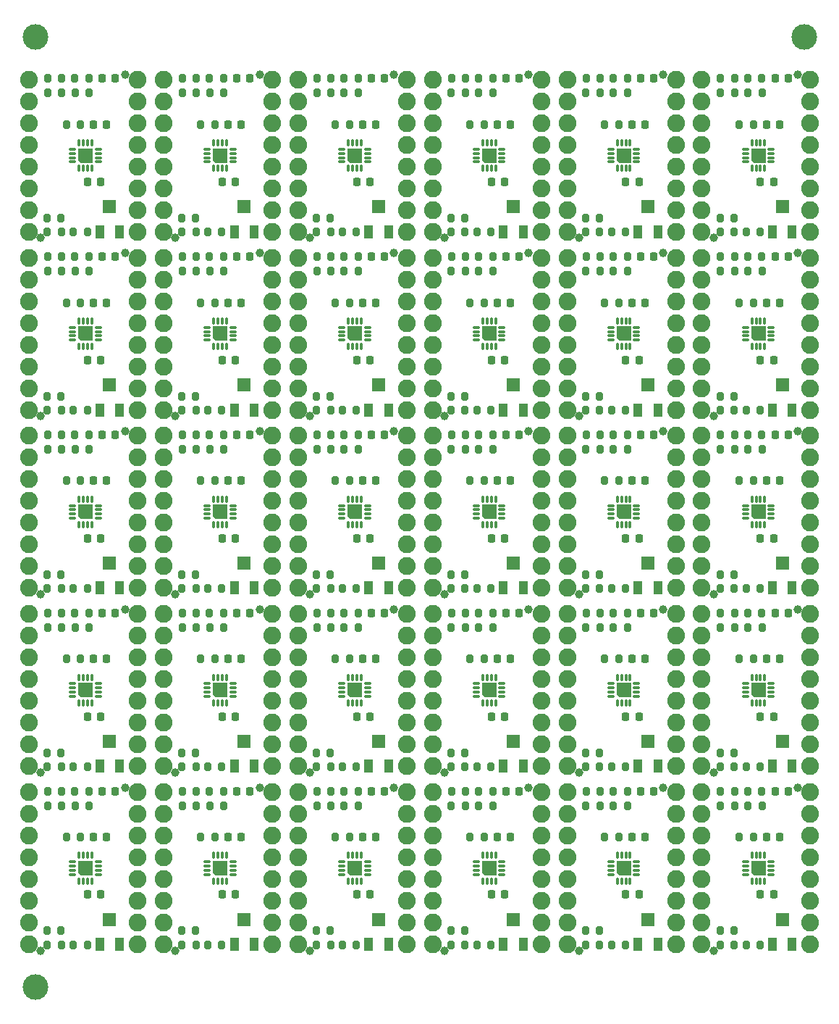
<source format=gts>
%TF.GenerationSoftware,KiCad,Pcbnew,7.0.10*%
%TF.CreationDate,2024-02-23T15:38:17-07:00*%
%TF.ProjectId,SparkFun_Stepper_Motor_Breakout_TC78H670FTG_panelized,53706172-6b46-4756-9e5f-537465707065,rev?*%
%TF.SameCoordinates,Original*%
%TF.FileFunction,Soldermask,Top*%
%TF.FilePolarity,Negative*%
%FSLAX46Y46*%
G04 Gerber Fmt 4.6, Leading zero omitted, Abs format (unit mm)*
G04 Created by KiCad (PCBNEW 7.0.10) date 2024-02-23 15:38:17*
%MOMM*%
%LPD*%
G01*
G04 APERTURE LIST*
G04 Aperture macros list*
%AMRoundRect*
0 Rectangle with rounded corners*
0 $1 Rounding radius*
0 $2 $3 $4 $5 $6 $7 $8 $9 X,Y pos of 4 corners*
0 Add a 4 corners polygon primitive as box body*
4,1,4,$2,$3,$4,$5,$6,$7,$8,$9,$2,$3,0*
0 Add four circle primitives for the rounded corners*
1,1,$1+$1,$2,$3*
1,1,$1+$1,$4,$5*
1,1,$1+$1,$6,$7*
1,1,$1+$1,$8,$9*
0 Add four rect primitives between the rounded corners*
20,1,$1+$1,$2,$3,$4,$5,0*
20,1,$1+$1,$4,$5,$6,$7,0*
20,1,$1+$1,$6,$7,$8,$9,0*
20,1,$1+$1,$8,$9,$2,$3,0*%
%AMOutline5P*
0 Free polygon, 5 corners , with rotation*
0 The origin of the aperture is its center*
0 number of corners: always 5*
0 $1 to $10 corner X, Y*
0 $11 Rotation angle, in degrees counterclockwise*
0 create outline with 5 corners*
4,1,5,$1,$2,$3,$4,$5,$6,$7,$8,$9,$10,$1,$2,$11*%
%AMOutline6P*
0 Free polygon, 6 corners , with rotation*
0 The origin of the aperture is its center*
0 number of corners: always 6*
0 $1 to $12 corner X, Y*
0 $13 Rotation angle, in degrees counterclockwise*
0 create outline with 6 corners*
4,1,6,$1,$2,$3,$4,$5,$6,$7,$8,$9,$10,$11,$12,$1,$2,$13*%
%AMOutline7P*
0 Free polygon, 7 corners , with rotation*
0 The origin of the aperture is its center*
0 number of corners: always 7*
0 $1 to $14 corner X, Y*
0 $15 Rotation angle, in degrees counterclockwise*
0 create outline with 7 corners*
4,1,7,$1,$2,$3,$4,$5,$6,$7,$8,$9,$10,$11,$12,$13,$14,$1,$2,$15*%
%AMOutline8P*
0 Free polygon, 8 corners , with rotation*
0 The origin of the aperture is its center*
0 number of corners: always 8*
0 $1 to $16 corner X, Y*
0 $17 Rotation angle, in degrees counterclockwise*
0 create outline with 8 corners*
4,1,8,$1,$2,$3,$4,$5,$6,$7,$8,$9,$10,$11,$12,$13,$14,$15,$16,$1,$2,$17*%
G04 Aperture macros list end*
%ADD10C,3.000000*%
%ADD11RoundRect,0.200000X0.200000X0.275000X-0.200000X0.275000X-0.200000X-0.275000X0.200000X-0.275000X0*%
%ADD12RoundRect,0.225000X-0.225000X-0.250000X0.225000X-0.250000X0.225000X0.250000X-0.225000X0.250000X0*%
%ADD13RoundRect,0.200000X-0.200000X-0.275000X0.200000X-0.275000X0.200000X0.275000X-0.200000X0.275000X0*%
%ADD14R,1.090000X1.600000*%
%ADD15R,1.600000X1.600000*%
%ADD16RoundRect,0.063750X0.063750X0.361250X-0.063750X0.361250X-0.063750X-0.361250X0.063750X-0.361250X0*%
%ADD17RoundRect,0.063750X0.361250X-0.063750X0.361250X0.063750X-0.361250X0.063750X-0.361250X-0.063750X0*%
%ADD18Outline5P,-0.820000X0.820000X0.574000X0.820000X0.820000X0.574000X0.820000X-0.820000X-0.820000X-0.820000X180.000000*%
%ADD19C,2.082800*%
%ADD20C,1.000000*%
G04 APERTURE END LIST*
D10*
%TO.C,*%
X136620000Y-7025000D03*
%TD*%
D11*
%TO.C,R4*%
X142915000Y-95130000D03*
X141265000Y-95130000D03*
%TD*%
%TO.C,R4*%
X142915000Y-74310000D03*
X141265000Y-74310000D03*
%TD*%
%TO.C,R4*%
X142915000Y-53490000D03*
X141265000Y-53490000D03*
%TD*%
%TO.C,R4*%
X158655000Y-74310000D03*
X157005000Y-74310000D03*
%TD*%
%TO.C,R4*%
X158655000Y-53490000D03*
X157005000Y-53490000D03*
%TD*%
%TO.C,R4*%
X142915000Y-32670000D03*
X141265000Y-32670000D03*
%TD*%
%TO.C,R4*%
X158655000Y-32670000D03*
X157005000Y-32670000D03*
%TD*%
%TO.C,R4*%
X158655000Y-11850000D03*
X157005000Y-11850000D03*
%TD*%
%TO.C,R4*%
X174395000Y-95130000D03*
X172745000Y-95130000D03*
%TD*%
%TO.C,R4*%
X158655000Y-95130000D03*
X157005000Y-95130000D03*
%TD*%
%TO.C,R4*%
X142915000Y-11850000D03*
X141265000Y-11850000D03*
%TD*%
%TO.C,R4*%
X221615000Y-32670000D03*
X219965000Y-32670000D03*
%TD*%
%TO.C,R4*%
X174395000Y-11850000D03*
X172745000Y-11850000D03*
%TD*%
%TO.C,R4*%
X205875000Y-74310000D03*
X204225000Y-74310000D03*
%TD*%
%TO.C,R4*%
X174395000Y-53490000D03*
X172745000Y-53490000D03*
%TD*%
%TO.C,R4*%
X174395000Y-32670000D03*
X172745000Y-32670000D03*
%TD*%
%TO.C,R4*%
X190135000Y-95130000D03*
X188485000Y-95130000D03*
%TD*%
%TO.C,R4*%
X221615000Y-95130000D03*
X219965000Y-95130000D03*
%TD*%
%TO.C,R4*%
X221615000Y-53490000D03*
X219965000Y-53490000D03*
%TD*%
%TO.C,R4*%
X221615000Y-11850000D03*
X219965000Y-11850000D03*
%TD*%
%TO.C,R4*%
X190135000Y-53490000D03*
X188485000Y-53490000D03*
%TD*%
%TO.C,R4*%
X190135000Y-11850000D03*
X188485000Y-11850000D03*
%TD*%
%TO.C,R4*%
X174395000Y-74310000D03*
X172745000Y-74310000D03*
%TD*%
%TO.C,R4*%
X190135000Y-74310000D03*
X188485000Y-74310000D03*
%TD*%
%TO.C,R4*%
X205875000Y-95130000D03*
X204225000Y-95130000D03*
%TD*%
%TO.C,R4*%
X190135000Y-32670000D03*
X188485000Y-32670000D03*
%TD*%
%TO.C,R4*%
X205875000Y-32670000D03*
X204225000Y-32670000D03*
%TD*%
%TO.C,R4*%
X205875000Y-53490000D03*
X204225000Y-53490000D03*
%TD*%
%TO.C,R4*%
X205875000Y-11850000D03*
X204225000Y-11850000D03*
%TD*%
%TO.C,R4*%
X221615000Y-74310000D03*
X219965000Y-74310000D03*
%TD*%
D12*
%TO.C,C3*%
X144465000Y-95110000D03*
X146015000Y-95110000D03*
%TD*%
%TO.C,C3*%
X144465000Y-74290000D03*
X146015000Y-74290000D03*
%TD*%
%TO.C,C3*%
X144465000Y-53470000D03*
X146015000Y-53470000D03*
%TD*%
%TO.C,C3*%
X207425000Y-74290000D03*
X208975000Y-74290000D03*
%TD*%
%TO.C,C3*%
X207425000Y-32650000D03*
X208975000Y-32650000D03*
%TD*%
%TO.C,C3*%
X191685000Y-95110000D03*
X193235000Y-95110000D03*
%TD*%
%TO.C,C3*%
X144465000Y-11830000D03*
X146015000Y-11830000D03*
%TD*%
%TO.C,C3*%
X160205000Y-11830000D03*
X161755000Y-11830000D03*
%TD*%
%TO.C,C3*%
X207425000Y-95110000D03*
X208975000Y-95110000D03*
%TD*%
%TO.C,C3*%
X191685000Y-53470000D03*
X193235000Y-53470000D03*
%TD*%
%TO.C,C3*%
X191685000Y-32650000D03*
X193235000Y-32650000D03*
%TD*%
%TO.C,C3*%
X175945000Y-74290000D03*
X177495000Y-74290000D03*
%TD*%
%TO.C,C3*%
X175945000Y-95110000D03*
X177495000Y-95110000D03*
%TD*%
%TO.C,C3*%
X175945000Y-32650000D03*
X177495000Y-32650000D03*
%TD*%
%TO.C,C3*%
X207425000Y-53470000D03*
X208975000Y-53470000D03*
%TD*%
%TO.C,C3*%
X160205000Y-32650000D03*
X161755000Y-32650000D03*
%TD*%
%TO.C,C3*%
X144465000Y-32650000D03*
X146015000Y-32650000D03*
%TD*%
%TO.C,C3*%
X160205000Y-74290000D03*
X161755000Y-74290000D03*
%TD*%
%TO.C,C3*%
X160205000Y-53470000D03*
X161755000Y-53470000D03*
%TD*%
%TO.C,C3*%
X175945000Y-53470000D03*
X177495000Y-53470000D03*
%TD*%
%TO.C,C3*%
X191685000Y-74290000D03*
X193235000Y-74290000D03*
%TD*%
%TO.C,C3*%
X160205000Y-95110000D03*
X161755000Y-95110000D03*
%TD*%
%TO.C,C3*%
X191685000Y-11830000D03*
X193235000Y-11830000D03*
%TD*%
%TO.C,C3*%
X175945000Y-11830000D03*
X177495000Y-11830000D03*
%TD*%
%TO.C,C3*%
X207425000Y-11830000D03*
X208975000Y-11830000D03*
%TD*%
%TO.C,C3*%
X223165000Y-11830000D03*
X224715000Y-11830000D03*
%TD*%
%TO.C,C3*%
X223165000Y-95110000D03*
X224715000Y-95110000D03*
%TD*%
%TO.C,C3*%
X223165000Y-53470000D03*
X224715000Y-53470000D03*
%TD*%
%TO.C,C3*%
X223165000Y-32650000D03*
X224715000Y-32650000D03*
%TD*%
%TO.C,C3*%
X223165000Y-74290000D03*
X224715000Y-74290000D03*
%TD*%
D11*
%TO.C,R7*%
X139665000Y-111440000D03*
X138015000Y-111440000D03*
%TD*%
%TO.C,R7*%
X155405000Y-111440000D03*
X153755000Y-111440000D03*
%TD*%
%TO.C,R7*%
X155405000Y-48980000D03*
X153755000Y-48980000D03*
%TD*%
%TO.C,R7*%
X139665000Y-90620000D03*
X138015000Y-90620000D03*
%TD*%
%TO.C,R7*%
X155405000Y-28160000D03*
X153755000Y-28160000D03*
%TD*%
%TO.C,R7*%
X171145000Y-111440000D03*
X169495000Y-111440000D03*
%TD*%
%TO.C,R7*%
X171145000Y-90620000D03*
X169495000Y-90620000D03*
%TD*%
%TO.C,R7*%
X171145000Y-69800000D03*
X169495000Y-69800000D03*
%TD*%
%TO.C,R7*%
X171145000Y-28160000D03*
X169495000Y-28160000D03*
%TD*%
%TO.C,R7*%
X171145000Y-48980000D03*
X169495000Y-48980000D03*
%TD*%
%TO.C,R7*%
X186885000Y-111440000D03*
X185235000Y-111440000D03*
%TD*%
%TO.C,R7*%
X155405000Y-69800000D03*
X153755000Y-69800000D03*
%TD*%
%TO.C,R7*%
X155405000Y-90620000D03*
X153755000Y-90620000D03*
%TD*%
%TO.C,R7*%
X139665000Y-69800000D03*
X138015000Y-69800000D03*
%TD*%
%TO.C,R7*%
X139665000Y-48980000D03*
X138015000Y-48980000D03*
%TD*%
%TO.C,R7*%
X139665000Y-28160000D03*
X138015000Y-28160000D03*
%TD*%
%TO.C,R7*%
X202625000Y-48980000D03*
X200975000Y-48980000D03*
%TD*%
%TO.C,R7*%
X202625000Y-69800000D03*
X200975000Y-69800000D03*
%TD*%
%TO.C,R7*%
X186885000Y-90620000D03*
X185235000Y-90620000D03*
%TD*%
%TO.C,R7*%
X186885000Y-28160000D03*
X185235000Y-28160000D03*
%TD*%
%TO.C,R7*%
X202625000Y-28160000D03*
X200975000Y-28160000D03*
%TD*%
%TO.C,R7*%
X218365000Y-28160000D03*
X216715000Y-28160000D03*
%TD*%
%TO.C,R7*%
X202625000Y-111440000D03*
X200975000Y-111440000D03*
%TD*%
%TO.C,R7*%
X218365000Y-111440000D03*
X216715000Y-111440000D03*
%TD*%
%TO.C,R7*%
X218365000Y-69800000D03*
X216715000Y-69800000D03*
%TD*%
%TO.C,R7*%
X218365000Y-90620000D03*
X216715000Y-90620000D03*
%TD*%
%TO.C,R7*%
X202625000Y-90620000D03*
X200975000Y-90620000D03*
%TD*%
%TO.C,R7*%
X186885000Y-69800000D03*
X185235000Y-69800000D03*
%TD*%
%TO.C,R7*%
X218365000Y-48980000D03*
X216715000Y-48980000D03*
%TD*%
%TO.C,R7*%
X186885000Y-48980000D03*
X185235000Y-48980000D03*
%TD*%
D12*
%TO.C,C2*%
X143435000Y-100500000D03*
X144985000Y-100500000D03*
%TD*%
%TO.C,C2*%
X143435000Y-38040000D03*
X144985000Y-38040000D03*
%TD*%
%TO.C,C2*%
X159175000Y-100500000D03*
X160725000Y-100500000D03*
%TD*%
%TO.C,C2*%
X159175000Y-38040000D03*
X160725000Y-38040000D03*
%TD*%
%TO.C,C2*%
X174915000Y-58860000D03*
X176465000Y-58860000D03*
%TD*%
%TO.C,C2*%
X190655000Y-79680000D03*
X192205000Y-79680000D03*
%TD*%
%TO.C,C2*%
X174915000Y-17220000D03*
X176465000Y-17220000D03*
%TD*%
%TO.C,C2*%
X206395000Y-100500000D03*
X207945000Y-100500000D03*
%TD*%
%TO.C,C2*%
X174915000Y-79680000D03*
X176465000Y-79680000D03*
%TD*%
%TO.C,C2*%
X143435000Y-79680000D03*
X144985000Y-79680000D03*
%TD*%
%TO.C,C2*%
X143435000Y-58860000D03*
X144985000Y-58860000D03*
%TD*%
%TO.C,C2*%
X143435000Y-17220000D03*
X144985000Y-17220000D03*
%TD*%
%TO.C,C2*%
X159175000Y-79680000D03*
X160725000Y-79680000D03*
%TD*%
%TO.C,C2*%
X159175000Y-58860000D03*
X160725000Y-58860000D03*
%TD*%
%TO.C,C2*%
X159175000Y-17220000D03*
X160725000Y-17220000D03*
%TD*%
%TO.C,C2*%
X174915000Y-100500000D03*
X176465000Y-100500000D03*
%TD*%
%TO.C,C2*%
X174915000Y-38040000D03*
X176465000Y-38040000D03*
%TD*%
%TO.C,C2*%
X190655000Y-100500000D03*
X192205000Y-100500000D03*
%TD*%
%TO.C,C2*%
X190655000Y-58860000D03*
X192205000Y-58860000D03*
%TD*%
%TO.C,C2*%
X190655000Y-38040000D03*
X192205000Y-38040000D03*
%TD*%
%TO.C,C2*%
X190655000Y-17220000D03*
X192205000Y-17220000D03*
%TD*%
%TO.C,C2*%
X206395000Y-58860000D03*
X207945000Y-58860000D03*
%TD*%
%TO.C,C2*%
X206395000Y-38040000D03*
X207945000Y-38040000D03*
%TD*%
%TO.C,C2*%
X206395000Y-79680000D03*
X207945000Y-79680000D03*
%TD*%
%TO.C,C2*%
X206395000Y-17220000D03*
X207945000Y-17220000D03*
%TD*%
%TO.C,C2*%
X222135000Y-100500000D03*
X223685000Y-100500000D03*
%TD*%
%TO.C,C2*%
X222135000Y-79680000D03*
X223685000Y-79680000D03*
%TD*%
%TO.C,C2*%
X222135000Y-58860000D03*
X223685000Y-58860000D03*
%TD*%
%TO.C,C2*%
X222135000Y-38040000D03*
X223685000Y-38040000D03*
%TD*%
%TO.C,C2*%
X222135000Y-17220000D03*
X223685000Y-17220000D03*
%TD*%
D13*
%TO.C,R9*%
X141285000Y-96800000D03*
X142935000Y-96800000D03*
%TD*%
%TO.C,R9*%
X172765000Y-55160000D03*
X174415000Y-55160000D03*
%TD*%
%TO.C,R9*%
X172765000Y-96800000D03*
X174415000Y-96800000D03*
%TD*%
%TO.C,R9*%
X141285000Y-75980000D03*
X142935000Y-75980000D03*
%TD*%
%TO.C,R9*%
X141285000Y-34340000D03*
X142935000Y-34340000D03*
%TD*%
%TO.C,R9*%
X219985000Y-75980000D03*
X221635000Y-75980000D03*
%TD*%
%TO.C,R9*%
X157025000Y-34340000D03*
X158675000Y-34340000D03*
%TD*%
%TO.C,R9*%
X188505000Y-96800000D03*
X190155000Y-96800000D03*
%TD*%
%TO.C,R9*%
X141285000Y-13520000D03*
X142935000Y-13520000D03*
%TD*%
%TO.C,R9*%
X157025000Y-75980000D03*
X158675000Y-75980000D03*
%TD*%
%TO.C,R9*%
X172765000Y-75980000D03*
X174415000Y-75980000D03*
%TD*%
%TO.C,R9*%
X141285000Y-55160000D03*
X142935000Y-55160000D03*
%TD*%
%TO.C,R9*%
X172765000Y-13520000D03*
X174415000Y-13520000D03*
%TD*%
%TO.C,R9*%
X157025000Y-96800000D03*
X158675000Y-96800000D03*
%TD*%
%TO.C,R9*%
X172765000Y-34340000D03*
X174415000Y-34340000D03*
%TD*%
%TO.C,R9*%
X188505000Y-75980000D03*
X190155000Y-75980000D03*
%TD*%
%TO.C,R9*%
X188505000Y-13520000D03*
X190155000Y-13520000D03*
%TD*%
%TO.C,R9*%
X204245000Y-96800000D03*
X205895000Y-96800000D03*
%TD*%
%TO.C,R9*%
X204245000Y-75980000D03*
X205895000Y-75980000D03*
%TD*%
%TO.C,R9*%
X188505000Y-55160000D03*
X190155000Y-55160000D03*
%TD*%
%TO.C,R9*%
X157025000Y-13520000D03*
X158675000Y-13520000D03*
%TD*%
%TO.C,R9*%
X188505000Y-34340000D03*
X190155000Y-34340000D03*
%TD*%
%TO.C,R9*%
X157025000Y-55160000D03*
X158675000Y-55160000D03*
%TD*%
%TO.C,R9*%
X204245000Y-55160000D03*
X205895000Y-55160000D03*
%TD*%
%TO.C,R9*%
X204245000Y-13520000D03*
X205895000Y-13520000D03*
%TD*%
%TO.C,R9*%
X204245000Y-34340000D03*
X205895000Y-34340000D03*
%TD*%
%TO.C,R9*%
X219985000Y-96800000D03*
X221635000Y-96800000D03*
%TD*%
%TO.C,R9*%
X219985000Y-55160000D03*
X221635000Y-55160000D03*
%TD*%
%TO.C,R9*%
X219985000Y-34340000D03*
X221635000Y-34340000D03*
%TD*%
%TO.C,R9*%
X219985000Y-13520000D03*
X221635000Y-13520000D03*
%TD*%
D11*
%TO.C,R10*%
X141915000Y-100500000D03*
X140265000Y-100500000D03*
%TD*%
%TO.C,R10*%
X157655000Y-79680000D03*
X156005000Y-79680000D03*
%TD*%
%TO.C,R10*%
X157655000Y-38040000D03*
X156005000Y-38040000D03*
%TD*%
%TO.C,R10*%
X157655000Y-58860000D03*
X156005000Y-58860000D03*
%TD*%
%TO.C,R10*%
X157655000Y-17220000D03*
X156005000Y-17220000D03*
%TD*%
%TO.C,R10*%
X173395000Y-79680000D03*
X171745000Y-79680000D03*
%TD*%
%TO.C,R10*%
X173395000Y-58860000D03*
X171745000Y-58860000D03*
%TD*%
%TO.C,R10*%
X141915000Y-79680000D03*
X140265000Y-79680000D03*
%TD*%
%TO.C,R10*%
X141915000Y-58860000D03*
X140265000Y-58860000D03*
%TD*%
%TO.C,R10*%
X173395000Y-100500000D03*
X171745000Y-100500000D03*
%TD*%
%TO.C,R10*%
X141915000Y-38040000D03*
X140265000Y-38040000D03*
%TD*%
%TO.C,R10*%
X173395000Y-38040000D03*
X171745000Y-38040000D03*
%TD*%
%TO.C,R10*%
X173395000Y-17220000D03*
X171745000Y-17220000D03*
%TD*%
%TO.C,R10*%
X157655000Y-100500000D03*
X156005000Y-100500000D03*
%TD*%
%TO.C,R10*%
X141915000Y-17220000D03*
X140265000Y-17220000D03*
%TD*%
%TO.C,R10*%
X189135000Y-38040000D03*
X187485000Y-38040000D03*
%TD*%
%TO.C,R10*%
X220615000Y-38040000D03*
X218965000Y-38040000D03*
%TD*%
%TO.C,R10*%
X189135000Y-17220000D03*
X187485000Y-17220000D03*
%TD*%
%TO.C,R10*%
X204875000Y-79680000D03*
X203225000Y-79680000D03*
%TD*%
%TO.C,R10*%
X189135000Y-58860000D03*
X187485000Y-58860000D03*
%TD*%
%TO.C,R10*%
X204875000Y-100500000D03*
X203225000Y-100500000D03*
%TD*%
%TO.C,R10*%
X204875000Y-58860000D03*
X203225000Y-58860000D03*
%TD*%
%TO.C,R10*%
X220615000Y-58860000D03*
X218965000Y-58860000D03*
%TD*%
%TO.C,R10*%
X204875000Y-17220000D03*
X203225000Y-17220000D03*
%TD*%
%TO.C,R10*%
X189135000Y-79680000D03*
X187485000Y-79680000D03*
%TD*%
%TO.C,R10*%
X220615000Y-100500000D03*
X218965000Y-100500000D03*
%TD*%
%TO.C,R10*%
X220615000Y-79680000D03*
X218965000Y-79680000D03*
%TD*%
%TO.C,R10*%
X189135000Y-100500000D03*
X187485000Y-100500000D03*
%TD*%
%TO.C,R10*%
X204875000Y-38040000D03*
X203225000Y-38040000D03*
%TD*%
%TO.C,R10*%
X220615000Y-17220000D03*
X218965000Y-17220000D03*
%TD*%
%TO.C,R8*%
X139725000Y-96800000D03*
X138075000Y-96800000D03*
%TD*%
%TO.C,R8*%
X139725000Y-75980000D03*
X138075000Y-75980000D03*
%TD*%
%TO.C,R8*%
X171205000Y-55160000D03*
X169555000Y-55160000D03*
%TD*%
%TO.C,R8*%
X139725000Y-13520000D03*
X138075000Y-13520000D03*
%TD*%
%TO.C,R8*%
X155465000Y-96800000D03*
X153815000Y-96800000D03*
%TD*%
%TO.C,R8*%
X186945000Y-13520000D03*
X185295000Y-13520000D03*
%TD*%
%TO.C,R8*%
X139725000Y-55160000D03*
X138075000Y-55160000D03*
%TD*%
%TO.C,R8*%
X155465000Y-13520000D03*
X153815000Y-13520000D03*
%TD*%
%TO.C,R8*%
X155465000Y-75980000D03*
X153815000Y-75980000D03*
%TD*%
%TO.C,R8*%
X171205000Y-96800000D03*
X169555000Y-96800000D03*
%TD*%
%TO.C,R8*%
X171205000Y-75980000D03*
X169555000Y-75980000D03*
%TD*%
%TO.C,R8*%
X155465000Y-55160000D03*
X153815000Y-55160000D03*
%TD*%
%TO.C,R8*%
X139725000Y-34340000D03*
X138075000Y-34340000D03*
%TD*%
%TO.C,R8*%
X155465000Y-34340000D03*
X153815000Y-34340000D03*
%TD*%
%TO.C,R8*%
X171205000Y-34340000D03*
X169555000Y-34340000D03*
%TD*%
%TO.C,R8*%
X171205000Y-13520000D03*
X169555000Y-13520000D03*
%TD*%
%TO.C,R8*%
X186945000Y-96800000D03*
X185295000Y-96800000D03*
%TD*%
%TO.C,R8*%
X186945000Y-75980000D03*
X185295000Y-75980000D03*
%TD*%
%TO.C,R8*%
X186945000Y-55160000D03*
X185295000Y-55160000D03*
%TD*%
%TO.C,R8*%
X186945000Y-34340000D03*
X185295000Y-34340000D03*
%TD*%
%TO.C,R8*%
X202685000Y-96800000D03*
X201035000Y-96800000D03*
%TD*%
%TO.C,R8*%
X202685000Y-75980000D03*
X201035000Y-75980000D03*
%TD*%
%TO.C,R8*%
X202685000Y-34340000D03*
X201035000Y-34340000D03*
%TD*%
%TO.C,R8*%
X218425000Y-96800000D03*
X216775000Y-96800000D03*
%TD*%
%TO.C,R8*%
X218425000Y-75980000D03*
X216775000Y-75980000D03*
%TD*%
%TO.C,R8*%
X218425000Y-55160000D03*
X216775000Y-55160000D03*
%TD*%
%TO.C,R8*%
X202685000Y-55160000D03*
X201035000Y-55160000D03*
%TD*%
%TO.C,R8*%
X202685000Y-13520000D03*
X201035000Y-13520000D03*
%TD*%
%TO.C,R8*%
X218425000Y-34340000D03*
X216775000Y-34340000D03*
%TD*%
%TO.C,R8*%
X218425000Y-13520000D03*
X216775000Y-13520000D03*
%TD*%
D12*
%TO.C,C1*%
X142745000Y-107210000D03*
X144295000Y-107210000D03*
%TD*%
%TO.C,C1*%
X158485000Y-44750000D03*
X160035000Y-44750000D03*
%TD*%
%TO.C,C1*%
X189965000Y-65570000D03*
X191515000Y-65570000D03*
%TD*%
%TO.C,C1*%
X142745000Y-44750000D03*
X144295000Y-44750000D03*
%TD*%
%TO.C,C1*%
X158485000Y-107210000D03*
X160035000Y-107210000D03*
%TD*%
%TO.C,C1*%
X174225000Y-44750000D03*
X175775000Y-44750000D03*
%TD*%
%TO.C,C1*%
X142745000Y-65570000D03*
X144295000Y-65570000D03*
%TD*%
%TO.C,C1*%
X174225000Y-23930000D03*
X175775000Y-23930000D03*
%TD*%
%TO.C,C1*%
X189965000Y-86390000D03*
X191515000Y-86390000D03*
%TD*%
%TO.C,C1*%
X221445000Y-23930000D03*
X222995000Y-23930000D03*
%TD*%
%TO.C,C1*%
X189965000Y-107210000D03*
X191515000Y-107210000D03*
%TD*%
%TO.C,C1*%
X205705000Y-23930000D03*
X207255000Y-23930000D03*
%TD*%
%TO.C,C1*%
X189965000Y-23930000D03*
X191515000Y-23930000D03*
%TD*%
%TO.C,C1*%
X142745000Y-23930000D03*
X144295000Y-23930000D03*
%TD*%
%TO.C,C1*%
X158485000Y-23930000D03*
X160035000Y-23930000D03*
%TD*%
%TO.C,C1*%
X158485000Y-86390000D03*
X160035000Y-86390000D03*
%TD*%
%TO.C,C1*%
X221445000Y-107210000D03*
X222995000Y-107210000D03*
%TD*%
%TO.C,C1*%
X221445000Y-65570000D03*
X222995000Y-65570000D03*
%TD*%
%TO.C,C1*%
X142745000Y-86390000D03*
X144295000Y-86390000D03*
%TD*%
%TO.C,C1*%
X174225000Y-107210000D03*
X175775000Y-107210000D03*
%TD*%
%TO.C,C1*%
X174225000Y-86390000D03*
X175775000Y-86390000D03*
%TD*%
%TO.C,C1*%
X158485000Y-65570000D03*
X160035000Y-65570000D03*
%TD*%
%TO.C,C1*%
X174225000Y-65570000D03*
X175775000Y-65570000D03*
%TD*%
%TO.C,C1*%
X189965000Y-44750000D03*
X191515000Y-44750000D03*
%TD*%
%TO.C,C1*%
X205705000Y-86390000D03*
X207255000Y-86390000D03*
%TD*%
%TO.C,C1*%
X221445000Y-86390000D03*
X222995000Y-86390000D03*
%TD*%
%TO.C,C1*%
X205705000Y-107210000D03*
X207255000Y-107210000D03*
%TD*%
%TO.C,C1*%
X221445000Y-44750000D03*
X222995000Y-44750000D03*
%TD*%
%TO.C,C1*%
X205705000Y-65570000D03*
X207255000Y-65570000D03*
%TD*%
%TO.C,C1*%
X205705000Y-44750000D03*
X207255000Y-44750000D03*
%TD*%
D14*
%TO.C,RV1*%
X144165000Y-113030000D03*
D15*
X145320000Y-110130000D03*
D14*
X146475000Y-113030000D03*
%TD*%
%TO.C,RV1*%
X144165000Y-92210000D03*
D15*
X145320000Y-89310000D03*
D14*
X146475000Y-92210000D03*
%TD*%
%TO.C,RV1*%
X144165000Y-71390000D03*
D15*
X145320000Y-68490000D03*
D14*
X146475000Y-71390000D03*
%TD*%
%TO.C,RV1*%
X144165000Y-50570000D03*
D15*
X145320000Y-47670000D03*
D14*
X146475000Y-50570000D03*
%TD*%
%TO.C,RV1*%
X144165000Y-29750000D03*
D15*
X145320000Y-26850000D03*
D14*
X146475000Y-29750000D03*
%TD*%
%TO.C,RV1*%
X159905000Y-113030000D03*
D15*
X161060000Y-110130000D03*
D14*
X162215000Y-113030000D03*
%TD*%
%TO.C,RV1*%
X159905000Y-92210000D03*
D15*
X161060000Y-89310000D03*
D14*
X162215000Y-92210000D03*
%TD*%
%TO.C,RV1*%
X159905000Y-71390000D03*
D15*
X161060000Y-68490000D03*
D14*
X162215000Y-71390000D03*
%TD*%
%TO.C,RV1*%
X159905000Y-50570000D03*
D15*
X161060000Y-47670000D03*
D14*
X162215000Y-50570000D03*
%TD*%
%TO.C,RV1*%
X175645000Y-113030000D03*
D15*
X176800000Y-110130000D03*
D14*
X177955000Y-113030000D03*
%TD*%
%TO.C,RV1*%
X175645000Y-92210000D03*
D15*
X176800000Y-89310000D03*
D14*
X177955000Y-92210000D03*
%TD*%
%TO.C,RV1*%
X175645000Y-71390000D03*
D15*
X176800000Y-68490000D03*
D14*
X177955000Y-71390000D03*
%TD*%
%TO.C,RV1*%
X175645000Y-50570000D03*
D15*
X176800000Y-47670000D03*
D14*
X177955000Y-50570000D03*
%TD*%
%TO.C,RV1*%
X159905000Y-29750000D03*
D15*
X161060000Y-26850000D03*
D14*
X162215000Y-29750000D03*
%TD*%
%TO.C,RV1*%
X207125000Y-29750000D03*
D15*
X208280000Y-26850000D03*
D14*
X209435000Y-29750000D03*
%TD*%
%TO.C,RV1*%
X207125000Y-113030000D03*
D15*
X208280000Y-110130000D03*
D14*
X209435000Y-113030000D03*
%TD*%
%TO.C,RV1*%
X207125000Y-92210000D03*
D15*
X208280000Y-89310000D03*
D14*
X209435000Y-92210000D03*
%TD*%
%TO.C,RV1*%
X191385000Y-92210000D03*
D15*
X192540000Y-89310000D03*
D14*
X193695000Y-92210000D03*
%TD*%
%TO.C,RV1*%
X175645000Y-29750000D03*
D15*
X176800000Y-26850000D03*
D14*
X177955000Y-29750000D03*
%TD*%
%TO.C,RV1*%
X222865000Y-71390000D03*
D15*
X224020000Y-68490000D03*
D14*
X225175000Y-71390000D03*
%TD*%
%TO.C,RV1*%
X191385000Y-71390000D03*
D15*
X192540000Y-68490000D03*
D14*
X193695000Y-71390000D03*
%TD*%
%TO.C,RV1*%
X207125000Y-71390000D03*
D15*
X208280000Y-68490000D03*
D14*
X209435000Y-71390000D03*
%TD*%
%TO.C,RV1*%
X222865000Y-113030000D03*
D15*
X224020000Y-110130000D03*
D14*
X225175000Y-113030000D03*
%TD*%
%TO.C,RV1*%
X191385000Y-29750000D03*
D15*
X192540000Y-26850000D03*
D14*
X193695000Y-29750000D03*
%TD*%
%TO.C,RV1*%
X222865000Y-92210000D03*
D15*
X224020000Y-89310000D03*
D14*
X225175000Y-92210000D03*
%TD*%
%TO.C,RV1*%
X191385000Y-113030000D03*
D15*
X192540000Y-110130000D03*
D14*
X193695000Y-113030000D03*
%TD*%
%TO.C,RV1*%
X191385000Y-50570000D03*
D15*
X192540000Y-47670000D03*
D14*
X193695000Y-50570000D03*
%TD*%
%TO.C,RV1*%
X207125000Y-50570000D03*
D15*
X208280000Y-47670000D03*
D14*
X209435000Y-50570000D03*
%TD*%
%TO.C,RV1*%
X222865000Y-50570000D03*
D15*
X224020000Y-47670000D03*
D14*
X225175000Y-50570000D03*
%TD*%
%TO.C,RV1*%
X222865000Y-29750000D03*
D15*
X224020000Y-26850000D03*
D14*
X225175000Y-29750000D03*
%TD*%
D16*
%TO.C,U1*%
X141750000Y-105636025D03*
X142250000Y-105636025D03*
X142750000Y-105636025D03*
X143250000Y-105636025D03*
D17*
X144000000Y-104886025D03*
X144000000Y-104386025D03*
X144000000Y-103886025D03*
X144000000Y-103386025D03*
D16*
X143250000Y-102636025D03*
X142750000Y-102636025D03*
X142250000Y-102636025D03*
X141750000Y-102636025D03*
D17*
X141000000Y-103386025D03*
X141000000Y-103886025D03*
X141000000Y-104386025D03*
X141000000Y-104886025D03*
D18*
X142500000Y-104136025D03*
%TD*%
D16*
%TO.C,U1*%
X188970000Y-84816025D03*
X189470000Y-84816025D03*
X189970000Y-84816025D03*
X190470000Y-84816025D03*
D17*
X191220000Y-84066025D03*
X191220000Y-83566025D03*
X191220000Y-83066025D03*
X191220000Y-82566025D03*
D16*
X190470000Y-81816025D03*
X189970000Y-81816025D03*
X189470000Y-81816025D03*
X188970000Y-81816025D03*
D17*
X188220000Y-82566025D03*
X188220000Y-83066025D03*
X188220000Y-83566025D03*
X188220000Y-84066025D03*
D18*
X189720000Y-83316025D03*
%TD*%
D16*
%TO.C,U1*%
X141750000Y-63996025D03*
X142250000Y-63996025D03*
X142750000Y-63996025D03*
X143250000Y-63996025D03*
D17*
X144000000Y-63246025D03*
X144000000Y-62746025D03*
X144000000Y-62246025D03*
X144000000Y-61746025D03*
D16*
X143250000Y-60996025D03*
X142750000Y-60996025D03*
X142250000Y-60996025D03*
X141750000Y-60996025D03*
D17*
X141000000Y-61746025D03*
X141000000Y-62246025D03*
X141000000Y-62746025D03*
X141000000Y-63246025D03*
D18*
X142500000Y-62496025D03*
%TD*%
D16*
%TO.C,U1*%
X157490000Y-22356025D03*
X157990000Y-22356025D03*
X158490000Y-22356025D03*
X158990000Y-22356025D03*
D17*
X159740000Y-21606025D03*
X159740000Y-21106025D03*
X159740000Y-20606025D03*
X159740000Y-20106025D03*
D16*
X158990000Y-19356025D03*
X158490000Y-19356025D03*
X157990000Y-19356025D03*
X157490000Y-19356025D03*
D17*
X156740000Y-20106025D03*
X156740000Y-20606025D03*
X156740000Y-21106025D03*
X156740000Y-21606025D03*
D18*
X158240000Y-20856025D03*
%TD*%
D16*
%TO.C,U1*%
X141750000Y-84816025D03*
X142250000Y-84816025D03*
X142750000Y-84816025D03*
X143250000Y-84816025D03*
D17*
X144000000Y-84066025D03*
X144000000Y-83566025D03*
X144000000Y-83066025D03*
X144000000Y-82566025D03*
D16*
X143250000Y-81816025D03*
X142750000Y-81816025D03*
X142250000Y-81816025D03*
X141750000Y-81816025D03*
D17*
X141000000Y-82566025D03*
X141000000Y-83066025D03*
X141000000Y-83566025D03*
X141000000Y-84066025D03*
D18*
X142500000Y-83316025D03*
%TD*%
D16*
%TO.C,U1*%
X157490000Y-43176025D03*
X157990000Y-43176025D03*
X158490000Y-43176025D03*
X158990000Y-43176025D03*
D17*
X159740000Y-42426025D03*
X159740000Y-41926025D03*
X159740000Y-41426025D03*
X159740000Y-40926025D03*
D16*
X158990000Y-40176025D03*
X158490000Y-40176025D03*
X157990000Y-40176025D03*
X157490000Y-40176025D03*
D17*
X156740000Y-40926025D03*
X156740000Y-41426025D03*
X156740000Y-41926025D03*
X156740000Y-42426025D03*
D18*
X158240000Y-41676025D03*
%TD*%
D16*
%TO.C,U1*%
X141750000Y-22356025D03*
X142250000Y-22356025D03*
X142750000Y-22356025D03*
X143250000Y-22356025D03*
D17*
X144000000Y-21606025D03*
X144000000Y-21106025D03*
X144000000Y-20606025D03*
X144000000Y-20106025D03*
D16*
X143250000Y-19356025D03*
X142750000Y-19356025D03*
X142250000Y-19356025D03*
X141750000Y-19356025D03*
D17*
X141000000Y-20106025D03*
X141000000Y-20606025D03*
X141000000Y-21106025D03*
X141000000Y-21606025D03*
D18*
X142500000Y-20856025D03*
%TD*%
D16*
%TO.C,U1*%
X157490000Y-105636025D03*
X157990000Y-105636025D03*
X158490000Y-105636025D03*
X158990000Y-105636025D03*
D17*
X159740000Y-104886025D03*
X159740000Y-104386025D03*
X159740000Y-103886025D03*
X159740000Y-103386025D03*
D16*
X158990000Y-102636025D03*
X158490000Y-102636025D03*
X157990000Y-102636025D03*
X157490000Y-102636025D03*
D17*
X156740000Y-103386025D03*
X156740000Y-103886025D03*
X156740000Y-104386025D03*
X156740000Y-104886025D03*
D18*
X158240000Y-104136025D03*
%TD*%
D16*
%TO.C,U1*%
X157490000Y-84816025D03*
X157990000Y-84816025D03*
X158490000Y-84816025D03*
X158990000Y-84816025D03*
D17*
X159740000Y-84066025D03*
X159740000Y-83566025D03*
X159740000Y-83066025D03*
X159740000Y-82566025D03*
D16*
X158990000Y-81816025D03*
X158490000Y-81816025D03*
X157990000Y-81816025D03*
X157490000Y-81816025D03*
D17*
X156740000Y-82566025D03*
X156740000Y-83066025D03*
X156740000Y-83566025D03*
X156740000Y-84066025D03*
D18*
X158240000Y-83316025D03*
%TD*%
D16*
%TO.C,U1*%
X173230000Y-105636025D03*
X173730000Y-105636025D03*
X174230000Y-105636025D03*
X174730000Y-105636025D03*
D17*
X175480000Y-104886025D03*
X175480000Y-104386025D03*
X175480000Y-103886025D03*
X175480000Y-103386025D03*
D16*
X174730000Y-102636025D03*
X174230000Y-102636025D03*
X173730000Y-102636025D03*
X173230000Y-102636025D03*
D17*
X172480000Y-103386025D03*
X172480000Y-103886025D03*
X172480000Y-104386025D03*
X172480000Y-104886025D03*
D18*
X173980000Y-104136025D03*
%TD*%
D16*
%TO.C,U1*%
X173230000Y-84816025D03*
X173730000Y-84816025D03*
X174230000Y-84816025D03*
X174730000Y-84816025D03*
D17*
X175480000Y-84066025D03*
X175480000Y-83566025D03*
X175480000Y-83066025D03*
X175480000Y-82566025D03*
D16*
X174730000Y-81816025D03*
X174230000Y-81816025D03*
X173730000Y-81816025D03*
X173230000Y-81816025D03*
D17*
X172480000Y-82566025D03*
X172480000Y-83066025D03*
X172480000Y-83566025D03*
X172480000Y-84066025D03*
D18*
X173980000Y-83316025D03*
%TD*%
D16*
%TO.C,U1*%
X141750000Y-43176025D03*
X142250000Y-43176025D03*
X142750000Y-43176025D03*
X143250000Y-43176025D03*
D17*
X144000000Y-42426025D03*
X144000000Y-41926025D03*
X144000000Y-41426025D03*
X144000000Y-40926025D03*
D16*
X143250000Y-40176025D03*
X142750000Y-40176025D03*
X142250000Y-40176025D03*
X141750000Y-40176025D03*
D17*
X141000000Y-40926025D03*
X141000000Y-41426025D03*
X141000000Y-41926025D03*
X141000000Y-42426025D03*
D18*
X142500000Y-41676025D03*
%TD*%
D16*
%TO.C,U1*%
X173230000Y-63996025D03*
X173730000Y-63996025D03*
X174230000Y-63996025D03*
X174730000Y-63996025D03*
D17*
X175480000Y-63246025D03*
X175480000Y-62746025D03*
X175480000Y-62246025D03*
X175480000Y-61746025D03*
D16*
X174730000Y-60996025D03*
X174230000Y-60996025D03*
X173730000Y-60996025D03*
X173230000Y-60996025D03*
D17*
X172480000Y-61746025D03*
X172480000Y-62246025D03*
X172480000Y-62746025D03*
X172480000Y-63246025D03*
D18*
X173980000Y-62496025D03*
%TD*%
D16*
%TO.C,U1*%
X173230000Y-43176025D03*
X173730000Y-43176025D03*
X174230000Y-43176025D03*
X174730000Y-43176025D03*
D17*
X175480000Y-42426025D03*
X175480000Y-41926025D03*
X175480000Y-41426025D03*
X175480000Y-40926025D03*
D16*
X174730000Y-40176025D03*
X174230000Y-40176025D03*
X173730000Y-40176025D03*
X173230000Y-40176025D03*
D17*
X172480000Y-40926025D03*
X172480000Y-41426025D03*
X172480000Y-41926025D03*
X172480000Y-42426025D03*
D18*
X173980000Y-41676025D03*
%TD*%
D16*
%TO.C,U1*%
X188970000Y-105636025D03*
X189470000Y-105636025D03*
X189970000Y-105636025D03*
X190470000Y-105636025D03*
D17*
X191220000Y-104886025D03*
X191220000Y-104386025D03*
X191220000Y-103886025D03*
X191220000Y-103386025D03*
D16*
X190470000Y-102636025D03*
X189970000Y-102636025D03*
X189470000Y-102636025D03*
X188970000Y-102636025D03*
D17*
X188220000Y-103386025D03*
X188220000Y-103886025D03*
X188220000Y-104386025D03*
X188220000Y-104886025D03*
D18*
X189720000Y-104136025D03*
%TD*%
D16*
%TO.C,U1*%
X157490000Y-63996025D03*
X157990000Y-63996025D03*
X158490000Y-63996025D03*
X158990000Y-63996025D03*
D17*
X159740000Y-63246025D03*
X159740000Y-62746025D03*
X159740000Y-62246025D03*
X159740000Y-61746025D03*
D16*
X158990000Y-60996025D03*
X158490000Y-60996025D03*
X157990000Y-60996025D03*
X157490000Y-60996025D03*
D17*
X156740000Y-61746025D03*
X156740000Y-62246025D03*
X156740000Y-62746025D03*
X156740000Y-63246025D03*
D18*
X158240000Y-62496025D03*
%TD*%
D16*
%TO.C,U1*%
X173230000Y-22356025D03*
X173730000Y-22356025D03*
X174230000Y-22356025D03*
X174730000Y-22356025D03*
D17*
X175480000Y-21606025D03*
X175480000Y-21106025D03*
X175480000Y-20606025D03*
X175480000Y-20106025D03*
D16*
X174730000Y-19356025D03*
X174230000Y-19356025D03*
X173730000Y-19356025D03*
X173230000Y-19356025D03*
D17*
X172480000Y-20106025D03*
X172480000Y-20606025D03*
X172480000Y-21106025D03*
X172480000Y-21606025D03*
D18*
X173980000Y-20856025D03*
%TD*%
D16*
%TO.C,U1*%
X204710000Y-63996025D03*
X205210000Y-63996025D03*
X205710000Y-63996025D03*
X206210000Y-63996025D03*
D17*
X206960000Y-63246025D03*
X206960000Y-62746025D03*
X206960000Y-62246025D03*
X206960000Y-61746025D03*
D16*
X206210000Y-60996025D03*
X205710000Y-60996025D03*
X205210000Y-60996025D03*
X204710000Y-60996025D03*
D17*
X203960000Y-61746025D03*
X203960000Y-62246025D03*
X203960000Y-62746025D03*
X203960000Y-63246025D03*
D18*
X205460000Y-62496025D03*
%TD*%
D16*
%TO.C,U1*%
X188970000Y-63996025D03*
X189470000Y-63996025D03*
X189970000Y-63996025D03*
X190470000Y-63996025D03*
D17*
X191220000Y-63246025D03*
X191220000Y-62746025D03*
X191220000Y-62246025D03*
X191220000Y-61746025D03*
D16*
X190470000Y-60996025D03*
X189970000Y-60996025D03*
X189470000Y-60996025D03*
X188970000Y-60996025D03*
D17*
X188220000Y-61746025D03*
X188220000Y-62246025D03*
X188220000Y-62746025D03*
X188220000Y-63246025D03*
D18*
X189720000Y-62496025D03*
%TD*%
D16*
%TO.C,U1*%
X188970000Y-43176025D03*
X189470000Y-43176025D03*
X189970000Y-43176025D03*
X190470000Y-43176025D03*
D17*
X191220000Y-42426025D03*
X191220000Y-41926025D03*
X191220000Y-41426025D03*
X191220000Y-40926025D03*
D16*
X190470000Y-40176025D03*
X189970000Y-40176025D03*
X189470000Y-40176025D03*
X188970000Y-40176025D03*
D17*
X188220000Y-40926025D03*
X188220000Y-41426025D03*
X188220000Y-41926025D03*
X188220000Y-42426025D03*
D18*
X189720000Y-41676025D03*
%TD*%
D16*
%TO.C,U1*%
X220450000Y-63996025D03*
X220950000Y-63996025D03*
X221450000Y-63996025D03*
X221950000Y-63996025D03*
D17*
X222700000Y-63246025D03*
X222700000Y-62746025D03*
X222700000Y-62246025D03*
X222700000Y-61746025D03*
D16*
X221950000Y-60996025D03*
X221450000Y-60996025D03*
X220950000Y-60996025D03*
X220450000Y-60996025D03*
D17*
X219700000Y-61746025D03*
X219700000Y-62246025D03*
X219700000Y-62746025D03*
X219700000Y-63246025D03*
D18*
X221200000Y-62496025D03*
%TD*%
D16*
%TO.C,U1*%
X188970000Y-22356025D03*
X189470000Y-22356025D03*
X189970000Y-22356025D03*
X190470000Y-22356025D03*
D17*
X191220000Y-21606025D03*
X191220000Y-21106025D03*
X191220000Y-20606025D03*
X191220000Y-20106025D03*
D16*
X190470000Y-19356025D03*
X189970000Y-19356025D03*
X189470000Y-19356025D03*
X188970000Y-19356025D03*
D17*
X188220000Y-20106025D03*
X188220000Y-20606025D03*
X188220000Y-21106025D03*
X188220000Y-21606025D03*
D18*
X189720000Y-20856025D03*
%TD*%
D16*
%TO.C,U1*%
X220450000Y-22356025D03*
X220950000Y-22356025D03*
X221450000Y-22356025D03*
X221950000Y-22356025D03*
D17*
X222700000Y-21606025D03*
X222700000Y-21106025D03*
X222700000Y-20606025D03*
X222700000Y-20106025D03*
D16*
X221950000Y-19356025D03*
X221450000Y-19356025D03*
X220950000Y-19356025D03*
X220450000Y-19356025D03*
D17*
X219700000Y-20106025D03*
X219700000Y-20606025D03*
X219700000Y-21106025D03*
X219700000Y-21606025D03*
D18*
X221200000Y-20856025D03*
%TD*%
D16*
%TO.C,U1*%
X220450000Y-105636025D03*
X220950000Y-105636025D03*
X221450000Y-105636025D03*
X221950000Y-105636025D03*
D17*
X222700000Y-104886025D03*
X222700000Y-104386025D03*
X222700000Y-103886025D03*
X222700000Y-103386025D03*
D16*
X221950000Y-102636025D03*
X221450000Y-102636025D03*
X220950000Y-102636025D03*
X220450000Y-102636025D03*
D17*
X219700000Y-103386025D03*
X219700000Y-103886025D03*
X219700000Y-104386025D03*
X219700000Y-104886025D03*
D18*
X221200000Y-104136025D03*
%TD*%
D16*
%TO.C,U1*%
X220450000Y-43176025D03*
X220950000Y-43176025D03*
X221450000Y-43176025D03*
X221950000Y-43176025D03*
D17*
X222700000Y-42426025D03*
X222700000Y-41926025D03*
X222700000Y-41426025D03*
X222700000Y-40926025D03*
D16*
X221950000Y-40176025D03*
X221450000Y-40176025D03*
X220950000Y-40176025D03*
X220450000Y-40176025D03*
D17*
X219700000Y-40926025D03*
X219700000Y-41426025D03*
X219700000Y-41926025D03*
X219700000Y-42426025D03*
D18*
X221200000Y-41676025D03*
%TD*%
D16*
%TO.C,U1*%
X204710000Y-84816025D03*
X205210000Y-84816025D03*
X205710000Y-84816025D03*
X206210000Y-84816025D03*
D17*
X206960000Y-84066025D03*
X206960000Y-83566025D03*
X206960000Y-83066025D03*
X206960000Y-82566025D03*
D16*
X206210000Y-81816025D03*
X205710000Y-81816025D03*
X205210000Y-81816025D03*
X204710000Y-81816025D03*
D17*
X203960000Y-82566025D03*
X203960000Y-83066025D03*
X203960000Y-83566025D03*
X203960000Y-84066025D03*
D18*
X205460000Y-83316025D03*
%TD*%
D16*
%TO.C,U1*%
X204710000Y-22356025D03*
X205210000Y-22356025D03*
X205710000Y-22356025D03*
X206210000Y-22356025D03*
D17*
X206960000Y-21606025D03*
X206960000Y-21106025D03*
X206960000Y-20606025D03*
X206960000Y-20106025D03*
D16*
X206210000Y-19356025D03*
X205710000Y-19356025D03*
X205210000Y-19356025D03*
X204710000Y-19356025D03*
D17*
X203960000Y-20106025D03*
X203960000Y-20606025D03*
X203960000Y-21106025D03*
X203960000Y-21606025D03*
D18*
X205460000Y-20856025D03*
%TD*%
D16*
%TO.C,U1*%
X220450000Y-84816025D03*
X220950000Y-84816025D03*
X221450000Y-84816025D03*
X221950000Y-84816025D03*
D17*
X222700000Y-84066025D03*
X222700000Y-83566025D03*
X222700000Y-83066025D03*
X222700000Y-82566025D03*
D16*
X221950000Y-81816025D03*
X221450000Y-81816025D03*
X220950000Y-81816025D03*
X220450000Y-81816025D03*
D17*
X219700000Y-82566025D03*
X219700000Y-83066025D03*
X219700000Y-83566025D03*
X219700000Y-84066025D03*
D18*
X221200000Y-83316025D03*
%TD*%
D16*
%TO.C,U1*%
X204710000Y-43176025D03*
X205210000Y-43176025D03*
X205710000Y-43176025D03*
X206210000Y-43176025D03*
D17*
X206960000Y-42426025D03*
X206960000Y-41926025D03*
X206960000Y-41426025D03*
X206960000Y-40926025D03*
D16*
X206210000Y-40176025D03*
X205710000Y-40176025D03*
X205210000Y-40176025D03*
X204710000Y-40176025D03*
D17*
X203960000Y-40926025D03*
X203960000Y-41426025D03*
X203960000Y-41926025D03*
X203960000Y-42426025D03*
D18*
X205460000Y-41676025D03*
%TD*%
D16*
%TO.C,U1*%
X204710000Y-105636025D03*
X205210000Y-105636025D03*
X205710000Y-105636025D03*
X206210000Y-105636025D03*
D17*
X206960000Y-104886025D03*
X206960000Y-104386025D03*
X206960000Y-103886025D03*
X206960000Y-103386025D03*
D16*
X206210000Y-102636025D03*
X205710000Y-102636025D03*
X205210000Y-102636025D03*
X204710000Y-102636025D03*
D17*
X203960000Y-103386025D03*
X203960000Y-103886025D03*
X203960000Y-104386025D03*
X203960000Y-104886025D03*
D18*
X205460000Y-104136025D03*
%TD*%
D19*
%TO.C,J2*%
X148590000Y-95250000D03*
X148590000Y-97790000D03*
X148590000Y-100330000D03*
X148590000Y-102870000D03*
X148590000Y-105410000D03*
X148590000Y-107950000D03*
X148590000Y-110490000D03*
X148590000Y-113030000D03*
%TD*%
%TO.C,J2*%
X148590000Y-53610000D03*
X148590000Y-56150000D03*
X148590000Y-58690000D03*
X148590000Y-61230000D03*
X148590000Y-63770000D03*
X148590000Y-66310000D03*
X148590000Y-68850000D03*
X148590000Y-71390000D03*
%TD*%
%TO.C,J2*%
X164330000Y-11970000D03*
X164330000Y-14510000D03*
X164330000Y-17050000D03*
X164330000Y-19590000D03*
X164330000Y-22130000D03*
X164330000Y-24670000D03*
X164330000Y-27210000D03*
X164330000Y-29750000D03*
%TD*%
%TO.C,J2*%
X164330000Y-95250000D03*
X164330000Y-97790000D03*
X164330000Y-100330000D03*
X164330000Y-102870000D03*
X164330000Y-105410000D03*
X164330000Y-107950000D03*
X164330000Y-110490000D03*
X164330000Y-113030000D03*
%TD*%
%TO.C,J2*%
X148590000Y-32790000D03*
X148590000Y-35330000D03*
X148590000Y-37870000D03*
X148590000Y-40410000D03*
X148590000Y-42950000D03*
X148590000Y-45490000D03*
X148590000Y-48030000D03*
X148590000Y-50570000D03*
%TD*%
%TO.C,J2*%
X148590000Y-11970000D03*
X148590000Y-14510000D03*
X148590000Y-17050000D03*
X148590000Y-19590000D03*
X148590000Y-22130000D03*
X148590000Y-24670000D03*
X148590000Y-27210000D03*
X148590000Y-29750000D03*
%TD*%
%TO.C,J2*%
X164330000Y-74430000D03*
X164330000Y-76970000D03*
X164330000Y-79510000D03*
X164330000Y-82050000D03*
X164330000Y-84590000D03*
X164330000Y-87130000D03*
X164330000Y-89670000D03*
X164330000Y-92210000D03*
%TD*%
%TO.C,J2*%
X164330000Y-32790000D03*
X164330000Y-35330000D03*
X164330000Y-37870000D03*
X164330000Y-40410000D03*
X164330000Y-42950000D03*
X164330000Y-45490000D03*
X164330000Y-48030000D03*
X164330000Y-50570000D03*
%TD*%
%TO.C,J2*%
X148590000Y-74430000D03*
X148590000Y-76970000D03*
X148590000Y-79510000D03*
X148590000Y-82050000D03*
X148590000Y-84590000D03*
X148590000Y-87130000D03*
X148590000Y-89670000D03*
X148590000Y-92210000D03*
%TD*%
%TO.C,J2*%
X227290000Y-74430000D03*
X227290000Y-76970000D03*
X227290000Y-79510000D03*
X227290000Y-82050000D03*
X227290000Y-84590000D03*
X227290000Y-87130000D03*
X227290000Y-89670000D03*
X227290000Y-92210000D03*
%TD*%
%TO.C,J2*%
X164330000Y-53610000D03*
X164330000Y-56150000D03*
X164330000Y-58690000D03*
X164330000Y-61230000D03*
X164330000Y-63770000D03*
X164330000Y-66310000D03*
X164330000Y-68850000D03*
X164330000Y-71390000D03*
%TD*%
%TO.C,J2*%
X211550000Y-53610000D03*
X211550000Y-56150000D03*
X211550000Y-58690000D03*
X211550000Y-61230000D03*
X211550000Y-63770000D03*
X211550000Y-66310000D03*
X211550000Y-68850000D03*
X211550000Y-71390000D03*
%TD*%
%TO.C,J2*%
X180070000Y-11970000D03*
X180070000Y-14510000D03*
X180070000Y-17050000D03*
X180070000Y-19590000D03*
X180070000Y-22130000D03*
X180070000Y-24670000D03*
X180070000Y-27210000D03*
X180070000Y-29750000D03*
%TD*%
%TO.C,J2*%
X227290000Y-95250000D03*
X227290000Y-97790000D03*
X227290000Y-100330000D03*
X227290000Y-102870000D03*
X227290000Y-105410000D03*
X227290000Y-107950000D03*
X227290000Y-110490000D03*
X227290000Y-113030000D03*
%TD*%
%TO.C,J2*%
X180070000Y-95250000D03*
X180070000Y-97790000D03*
X180070000Y-100330000D03*
X180070000Y-102870000D03*
X180070000Y-105410000D03*
X180070000Y-107950000D03*
X180070000Y-110490000D03*
X180070000Y-113030000D03*
%TD*%
%TO.C,J2*%
X211550000Y-32790000D03*
X211550000Y-35330000D03*
X211550000Y-37870000D03*
X211550000Y-40410000D03*
X211550000Y-42950000D03*
X211550000Y-45490000D03*
X211550000Y-48030000D03*
X211550000Y-50570000D03*
%TD*%
%TO.C,J2*%
X180070000Y-74430000D03*
X180070000Y-76970000D03*
X180070000Y-79510000D03*
X180070000Y-82050000D03*
X180070000Y-84590000D03*
X180070000Y-87130000D03*
X180070000Y-89670000D03*
X180070000Y-92210000D03*
%TD*%
%TO.C,J2*%
X195810000Y-74430000D03*
X195810000Y-76970000D03*
X195810000Y-79510000D03*
X195810000Y-82050000D03*
X195810000Y-84590000D03*
X195810000Y-87130000D03*
X195810000Y-89670000D03*
X195810000Y-92210000D03*
%TD*%
%TO.C,J2*%
X195810000Y-32790000D03*
X195810000Y-35330000D03*
X195810000Y-37870000D03*
X195810000Y-40410000D03*
X195810000Y-42950000D03*
X195810000Y-45490000D03*
X195810000Y-48030000D03*
X195810000Y-50570000D03*
%TD*%
%TO.C,J2*%
X195810000Y-11970000D03*
X195810000Y-14510000D03*
X195810000Y-17050000D03*
X195810000Y-19590000D03*
X195810000Y-22130000D03*
X195810000Y-24670000D03*
X195810000Y-27210000D03*
X195810000Y-29750000D03*
%TD*%
%TO.C,J2*%
X180070000Y-53610000D03*
X180070000Y-56150000D03*
X180070000Y-58690000D03*
X180070000Y-61230000D03*
X180070000Y-63770000D03*
X180070000Y-66310000D03*
X180070000Y-68850000D03*
X180070000Y-71390000D03*
%TD*%
%TO.C,J2*%
X195810000Y-53610000D03*
X195810000Y-56150000D03*
X195810000Y-58690000D03*
X195810000Y-61230000D03*
X195810000Y-63770000D03*
X195810000Y-66310000D03*
X195810000Y-68850000D03*
X195810000Y-71390000D03*
%TD*%
%TO.C,J2*%
X195810000Y-95250000D03*
X195810000Y-97790000D03*
X195810000Y-100330000D03*
X195810000Y-102870000D03*
X195810000Y-105410000D03*
X195810000Y-107950000D03*
X195810000Y-110490000D03*
X195810000Y-113030000D03*
%TD*%
%TO.C,J2*%
X211550000Y-74430000D03*
X211550000Y-76970000D03*
X211550000Y-79510000D03*
X211550000Y-82050000D03*
X211550000Y-84590000D03*
X211550000Y-87130000D03*
X211550000Y-89670000D03*
X211550000Y-92210000D03*
%TD*%
%TO.C,J2*%
X227290000Y-53610000D03*
X227290000Y-56150000D03*
X227290000Y-58690000D03*
X227290000Y-61230000D03*
X227290000Y-63770000D03*
X227290000Y-66310000D03*
X227290000Y-68850000D03*
X227290000Y-71390000D03*
%TD*%
%TO.C,J2*%
X227290000Y-32790000D03*
X227290000Y-35330000D03*
X227290000Y-37870000D03*
X227290000Y-40410000D03*
X227290000Y-42950000D03*
X227290000Y-45490000D03*
X227290000Y-48030000D03*
X227290000Y-50570000D03*
%TD*%
%TO.C,J2*%
X211550000Y-95250000D03*
X211550000Y-97790000D03*
X211550000Y-100330000D03*
X211550000Y-102870000D03*
X211550000Y-105410000D03*
X211550000Y-107950000D03*
X211550000Y-110490000D03*
X211550000Y-113030000D03*
%TD*%
%TO.C,J2*%
X180070000Y-32790000D03*
X180070000Y-35330000D03*
X180070000Y-37870000D03*
X180070000Y-40410000D03*
X180070000Y-42950000D03*
X180070000Y-45490000D03*
X180070000Y-48030000D03*
X180070000Y-50570000D03*
%TD*%
%TO.C,J2*%
X211550000Y-11970000D03*
X211550000Y-14510000D03*
X211550000Y-17050000D03*
X211550000Y-19590000D03*
X211550000Y-22130000D03*
X211550000Y-24670000D03*
X211550000Y-27210000D03*
X211550000Y-29750000D03*
%TD*%
%TO.C,J2*%
X227290000Y-11970000D03*
X227290000Y-14510000D03*
X227290000Y-17050000D03*
X227290000Y-19590000D03*
X227290000Y-22130000D03*
X227290000Y-24670000D03*
X227290000Y-27210000D03*
X227290000Y-29750000D03*
%TD*%
D13*
%TO.C,R1*%
X141065000Y-113100000D03*
X142715000Y-113100000D03*
%TD*%
%TO.C,R1*%
X156805000Y-50640000D03*
X158455000Y-50640000D03*
%TD*%
%TO.C,R1*%
X172545000Y-29820000D03*
X174195000Y-29820000D03*
%TD*%
%TO.C,R1*%
X204025000Y-113100000D03*
X205675000Y-113100000D03*
%TD*%
%TO.C,R1*%
X204025000Y-71460000D03*
X205675000Y-71460000D03*
%TD*%
%TO.C,R1*%
X188285000Y-50640000D03*
X189935000Y-50640000D03*
%TD*%
%TO.C,R1*%
X219765000Y-92280000D03*
X221415000Y-92280000D03*
%TD*%
%TO.C,R1*%
X204025000Y-29820000D03*
X205675000Y-29820000D03*
%TD*%
%TO.C,R1*%
X172545000Y-113100000D03*
X174195000Y-113100000D03*
%TD*%
%TO.C,R1*%
X141065000Y-50640000D03*
X142715000Y-50640000D03*
%TD*%
%TO.C,R1*%
X156805000Y-113100000D03*
X158455000Y-113100000D03*
%TD*%
%TO.C,R1*%
X188285000Y-113100000D03*
X189935000Y-113100000D03*
%TD*%
%TO.C,R1*%
X156805000Y-29820000D03*
X158455000Y-29820000D03*
%TD*%
%TO.C,R1*%
X141065000Y-92280000D03*
X142715000Y-92280000D03*
%TD*%
%TO.C,R1*%
X172545000Y-50640000D03*
X174195000Y-50640000D03*
%TD*%
%TO.C,R1*%
X156805000Y-71460000D03*
X158455000Y-71460000D03*
%TD*%
%TO.C,R1*%
X188285000Y-92280000D03*
X189935000Y-92280000D03*
%TD*%
%TO.C,R1*%
X188285000Y-71460000D03*
X189935000Y-71460000D03*
%TD*%
%TO.C,R1*%
X172545000Y-92280000D03*
X174195000Y-92280000D03*
%TD*%
%TO.C,R1*%
X156805000Y-92280000D03*
X158455000Y-92280000D03*
%TD*%
%TO.C,R1*%
X141065000Y-71460000D03*
X142715000Y-71460000D03*
%TD*%
%TO.C,R1*%
X141065000Y-29820000D03*
X142715000Y-29820000D03*
%TD*%
%TO.C,R1*%
X172545000Y-71460000D03*
X174195000Y-71460000D03*
%TD*%
%TO.C,R1*%
X188285000Y-29820000D03*
X189935000Y-29820000D03*
%TD*%
%TO.C,R1*%
X204025000Y-92280000D03*
X205675000Y-92280000D03*
%TD*%
%TO.C,R1*%
X204025000Y-50640000D03*
X205675000Y-50640000D03*
%TD*%
%TO.C,R1*%
X219765000Y-113100000D03*
X221415000Y-113100000D03*
%TD*%
%TO.C,R1*%
X219765000Y-29820000D03*
X221415000Y-29820000D03*
%TD*%
%TO.C,R1*%
X219765000Y-50640000D03*
X221415000Y-50640000D03*
%TD*%
%TO.C,R1*%
X219765000Y-71460000D03*
X221415000Y-71460000D03*
%TD*%
D11*
%TO.C,R3*%
X139745000Y-95130000D03*
X138095000Y-95130000D03*
%TD*%
%TO.C,R3*%
X186965000Y-53490000D03*
X185315000Y-53490000D03*
%TD*%
%TO.C,R3*%
X139745000Y-32670000D03*
X138095000Y-32670000D03*
%TD*%
%TO.C,R3*%
X155485000Y-53490000D03*
X153835000Y-53490000D03*
%TD*%
%TO.C,R3*%
X171225000Y-32670000D03*
X169575000Y-32670000D03*
%TD*%
%TO.C,R3*%
X186965000Y-74310000D03*
X185315000Y-74310000D03*
%TD*%
%TO.C,R3*%
X202705000Y-74310000D03*
X201055000Y-74310000D03*
%TD*%
%TO.C,R3*%
X186965000Y-95130000D03*
X185315000Y-95130000D03*
%TD*%
%TO.C,R3*%
X202705000Y-32670000D03*
X201055000Y-32670000D03*
%TD*%
%TO.C,R3*%
X139745000Y-74310000D03*
X138095000Y-74310000D03*
%TD*%
%TO.C,R3*%
X171225000Y-74310000D03*
X169575000Y-74310000D03*
%TD*%
%TO.C,R3*%
X155485000Y-11850000D03*
X153835000Y-11850000D03*
%TD*%
%TO.C,R3*%
X171225000Y-11850000D03*
X169575000Y-11850000D03*
%TD*%
%TO.C,R3*%
X139745000Y-53490000D03*
X138095000Y-53490000D03*
%TD*%
%TO.C,R3*%
X155485000Y-74310000D03*
X153835000Y-74310000D03*
%TD*%
%TO.C,R3*%
X139745000Y-11850000D03*
X138095000Y-11850000D03*
%TD*%
%TO.C,R3*%
X171225000Y-95130000D03*
X169575000Y-95130000D03*
%TD*%
%TO.C,R3*%
X155485000Y-95130000D03*
X153835000Y-95130000D03*
%TD*%
%TO.C,R3*%
X171225000Y-53490000D03*
X169575000Y-53490000D03*
%TD*%
%TO.C,R3*%
X155485000Y-32670000D03*
X153835000Y-32670000D03*
%TD*%
%TO.C,R3*%
X186965000Y-32670000D03*
X185315000Y-32670000D03*
%TD*%
%TO.C,R3*%
X186965000Y-11850000D03*
X185315000Y-11850000D03*
%TD*%
%TO.C,R3*%
X202705000Y-53490000D03*
X201055000Y-53490000D03*
%TD*%
%TO.C,R3*%
X218445000Y-32670000D03*
X216795000Y-32670000D03*
%TD*%
%TO.C,R3*%
X202705000Y-95130000D03*
X201055000Y-95130000D03*
%TD*%
%TO.C,R3*%
X218445000Y-95130000D03*
X216795000Y-95130000D03*
%TD*%
%TO.C,R3*%
X218445000Y-11850000D03*
X216795000Y-11850000D03*
%TD*%
%TO.C,R3*%
X218445000Y-74310000D03*
X216795000Y-74310000D03*
%TD*%
%TO.C,R3*%
X218445000Y-53490000D03*
X216795000Y-53490000D03*
%TD*%
%TO.C,R3*%
X202705000Y-11850000D03*
X201055000Y-11850000D03*
%TD*%
%TO.C,R5*%
X139685000Y-113100000D03*
X138035000Y-113100000D03*
%TD*%
%TO.C,R5*%
X139685000Y-92280000D03*
X138035000Y-92280000D03*
%TD*%
%TO.C,R5*%
X139685000Y-71460000D03*
X138035000Y-71460000D03*
%TD*%
%TO.C,R5*%
X139685000Y-50640000D03*
X138035000Y-50640000D03*
%TD*%
%TO.C,R5*%
X139685000Y-29820000D03*
X138035000Y-29820000D03*
%TD*%
%TO.C,R5*%
X155425000Y-113100000D03*
X153775000Y-113100000D03*
%TD*%
%TO.C,R5*%
X186905000Y-92280000D03*
X185255000Y-92280000D03*
%TD*%
%TO.C,R5*%
X155425000Y-50640000D03*
X153775000Y-50640000D03*
%TD*%
%TO.C,R5*%
X171165000Y-50640000D03*
X169515000Y-50640000D03*
%TD*%
%TO.C,R5*%
X186905000Y-113100000D03*
X185255000Y-113100000D03*
%TD*%
%TO.C,R5*%
X171165000Y-113100000D03*
X169515000Y-113100000D03*
%TD*%
%TO.C,R5*%
X218385000Y-71460000D03*
X216735000Y-71460000D03*
%TD*%
%TO.C,R5*%
X186905000Y-29820000D03*
X185255000Y-29820000D03*
%TD*%
%TO.C,R5*%
X218385000Y-29820000D03*
X216735000Y-29820000D03*
%TD*%
%TO.C,R5*%
X171165000Y-29820000D03*
X169515000Y-29820000D03*
%TD*%
%TO.C,R5*%
X186905000Y-50640000D03*
X185255000Y-50640000D03*
%TD*%
%TO.C,R5*%
X218385000Y-113100000D03*
X216735000Y-113100000D03*
%TD*%
%TO.C,R5*%
X202645000Y-50640000D03*
X200995000Y-50640000D03*
%TD*%
%TO.C,R5*%
X202645000Y-29820000D03*
X200995000Y-29820000D03*
%TD*%
%TO.C,R5*%
X171165000Y-71460000D03*
X169515000Y-71460000D03*
%TD*%
%TO.C,R5*%
X202645000Y-92280000D03*
X200995000Y-92280000D03*
%TD*%
%TO.C,R5*%
X186905000Y-71460000D03*
X185255000Y-71460000D03*
%TD*%
%TO.C,R5*%
X218385000Y-92280000D03*
X216735000Y-92280000D03*
%TD*%
%TO.C,R5*%
X155425000Y-92280000D03*
X153775000Y-92280000D03*
%TD*%
%TO.C,R5*%
X155425000Y-71460000D03*
X153775000Y-71460000D03*
%TD*%
%TO.C,R5*%
X155425000Y-29820000D03*
X153775000Y-29820000D03*
%TD*%
%TO.C,R5*%
X171165000Y-92280000D03*
X169515000Y-92280000D03*
%TD*%
%TO.C,R5*%
X202645000Y-113100000D03*
X200995000Y-113100000D03*
%TD*%
%TO.C,R5*%
X218385000Y-50640000D03*
X216735000Y-50640000D03*
%TD*%
%TO.C,R5*%
X202645000Y-71460000D03*
X200995000Y-71460000D03*
%TD*%
D10*
%TO.C,*%
X136620000Y-117975000D03*
%TD*%
D20*
%TO.C,FID4*%
X137250000Y-113760000D03*
%TD*%
%TO.C,FID4*%
X184470000Y-92940000D03*
%TD*%
%TO.C,FID4*%
X152990000Y-92940000D03*
%TD*%
%TO.C,FID4*%
X200210000Y-72120000D03*
%TD*%
%TO.C,FID4*%
X184470000Y-51300000D03*
%TD*%
%TO.C,FID4*%
X152990000Y-51300000D03*
%TD*%
%TO.C,FID4*%
X215950000Y-72120000D03*
%TD*%
%TO.C,FID4*%
X137250000Y-72120000D03*
%TD*%
%TO.C,FID4*%
X152990000Y-113760000D03*
%TD*%
%TO.C,FID4*%
X168730000Y-92940000D03*
%TD*%
%TO.C,FID4*%
X137250000Y-51300000D03*
%TD*%
%TO.C,FID4*%
X215950000Y-92940000D03*
%TD*%
%TO.C,FID4*%
X137250000Y-30480000D03*
%TD*%
%TO.C,FID4*%
X200210000Y-92940000D03*
%TD*%
%TO.C,FID4*%
X168730000Y-51300000D03*
%TD*%
%TO.C,FID4*%
X152990000Y-72120000D03*
%TD*%
%TO.C,FID4*%
X168730000Y-113760000D03*
%TD*%
%TO.C,FID4*%
X184470000Y-113760000D03*
%TD*%
%TO.C,FID4*%
X152990000Y-30480000D03*
%TD*%
%TO.C,FID4*%
X184470000Y-72120000D03*
%TD*%
%TO.C,FID4*%
X168730000Y-72120000D03*
%TD*%
%TO.C,FID4*%
X168730000Y-30480000D03*
%TD*%
%TO.C,FID4*%
X137250000Y-92940000D03*
%TD*%
%TO.C,FID4*%
X184470000Y-30480000D03*
%TD*%
%TO.C,FID4*%
X200210000Y-113760000D03*
%TD*%
%TO.C,FID4*%
X200210000Y-51300000D03*
%TD*%
%TO.C,FID4*%
X215950000Y-113760000D03*
%TD*%
%TO.C,FID4*%
X200210000Y-30480000D03*
%TD*%
%TO.C,FID4*%
X215950000Y-30480000D03*
%TD*%
%TO.C,FID4*%
X215950000Y-51300000D03*
%TD*%
%TO.C,FID1*%
X147130000Y-94690000D03*
%TD*%
%TO.C,FID1*%
X194350000Y-94690000D03*
%TD*%
%TO.C,FID1*%
X210090000Y-73870000D03*
%TD*%
%TO.C,FID1*%
X147130000Y-11410000D03*
%TD*%
%TO.C,FID1*%
X162870000Y-11410000D03*
%TD*%
%TO.C,FID1*%
X147130000Y-32230000D03*
%TD*%
%TO.C,FID1*%
X194350000Y-73870000D03*
%TD*%
%TO.C,FID1*%
X194350000Y-53050000D03*
%TD*%
%TO.C,FID1*%
X194350000Y-32230000D03*
%TD*%
%TO.C,FID1*%
X162870000Y-94690000D03*
%TD*%
%TO.C,FID1*%
X162870000Y-32230000D03*
%TD*%
%TO.C,FID1*%
X147130000Y-73870000D03*
%TD*%
%TO.C,FID1*%
X162870000Y-53050000D03*
%TD*%
%TO.C,FID1*%
X178610000Y-94690000D03*
%TD*%
%TO.C,FID1*%
X178610000Y-73870000D03*
%TD*%
%TO.C,FID1*%
X178610000Y-53050000D03*
%TD*%
%TO.C,FID1*%
X194350000Y-11410000D03*
%TD*%
%TO.C,FID1*%
X178610000Y-11410000D03*
%TD*%
%TO.C,FID1*%
X178610000Y-32230000D03*
%TD*%
%TO.C,FID1*%
X147130000Y-53050000D03*
%TD*%
%TO.C,FID1*%
X162870000Y-73870000D03*
%TD*%
%TO.C,FID1*%
X210090000Y-94690000D03*
%TD*%
%TO.C,FID1*%
X210090000Y-53050000D03*
%TD*%
%TO.C,FID1*%
X210090000Y-32230000D03*
%TD*%
%TO.C,FID1*%
X210090000Y-11410000D03*
%TD*%
%TO.C,FID1*%
X225830000Y-94690000D03*
%TD*%
%TO.C,FID1*%
X225830000Y-73870000D03*
%TD*%
%TO.C,FID1*%
X225830000Y-32230000D03*
%TD*%
%TO.C,FID1*%
X225830000Y-11410000D03*
%TD*%
%TO.C,FID1*%
X225830000Y-53050000D03*
%TD*%
D10*
%TO.C,*%
X226560000Y-7025000D03*
%TD*%
D19*
%TO.C,J1*%
X135890000Y-95250000D03*
X135890000Y-97790000D03*
X135890000Y-100330000D03*
X135890000Y-102870000D03*
X135890000Y-105410000D03*
X135890000Y-107950000D03*
X135890000Y-110490000D03*
X135890000Y-113030000D03*
%TD*%
%TO.C,J1*%
X135890000Y-74430000D03*
X135890000Y-76970000D03*
X135890000Y-79510000D03*
X135890000Y-82050000D03*
X135890000Y-84590000D03*
X135890000Y-87130000D03*
X135890000Y-89670000D03*
X135890000Y-92210000D03*
%TD*%
%TO.C,J1*%
X214590000Y-74430000D03*
X214590000Y-76970000D03*
X214590000Y-79510000D03*
X214590000Y-82050000D03*
X214590000Y-84590000D03*
X214590000Y-87130000D03*
X214590000Y-89670000D03*
X214590000Y-92210000D03*
%TD*%
%TO.C,J1*%
X214590000Y-32790000D03*
X214590000Y-35330000D03*
X214590000Y-37870000D03*
X214590000Y-40410000D03*
X214590000Y-42950000D03*
X214590000Y-45490000D03*
X214590000Y-48030000D03*
X214590000Y-50570000D03*
%TD*%
%TO.C,J1*%
X214590000Y-53610000D03*
X214590000Y-56150000D03*
X214590000Y-58690000D03*
X214590000Y-61230000D03*
X214590000Y-63770000D03*
X214590000Y-66310000D03*
X214590000Y-68850000D03*
X214590000Y-71390000D03*
%TD*%
%TO.C,J1*%
X214590000Y-11970000D03*
X214590000Y-14510000D03*
X214590000Y-17050000D03*
X214590000Y-19590000D03*
X214590000Y-22130000D03*
X214590000Y-24670000D03*
X214590000Y-27210000D03*
X214590000Y-29750000D03*
%TD*%
%TO.C,J1*%
X135890000Y-11970000D03*
X135890000Y-14510000D03*
X135890000Y-17050000D03*
X135890000Y-19590000D03*
X135890000Y-22130000D03*
X135890000Y-24670000D03*
X135890000Y-27210000D03*
X135890000Y-29750000D03*
%TD*%
%TO.C,J1*%
X167370000Y-53610000D03*
X167370000Y-56150000D03*
X167370000Y-58690000D03*
X167370000Y-61230000D03*
X167370000Y-63770000D03*
X167370000Y-66310000D03*
X167370000Y-68850000D03*
X167370000Y-71390000D03*
%TD*%
%TO.C,J1*%
X198850000Y-11970000D03*
X198850000Y-14510000D03*
X198850000Y-17050000D03*
X198850000Y-19590000D03*
X198850000Y-22130000D03*
X198850000Y-24670000D03*
X198850000Y-27210000D03*
X198850000Y-29750000D03*
%TD*%
%TO.C,J1*%
X183110000Y-95250000D03*
X183110000Y-97790000D03*
X183110000Y-100330000D03*
X183110000Y-102870000D03*
X183110000Y-105410000D03*
X183110000Y-107950000D03*
X183110000Y-110490000D03*
X183110000Y-113030000D03*
%TD*%
%TO.C,J1*%
X183110000Y-11970000D03*
X183110000Y-14510000D03*
X183110000Y-17050000D03*
X183110000Y-19590000D03*
X183110000Y-22130000D03*
X183110000Y-24670000D03*
X183110000Y-27210000D03*
X183110000Y-29750000D03*
%TD*%
%TO.C,J1*%
X151630000Y-32790000D03*
X151630000Y-35330000D03*
X151630000Y-37870000D03*
X151630000Y-40410000D03*
X151630000Y-42950000D03*
X151630000Y-45490000D03*
X151630000Y-48030000D03*
X151630000Y-50570000D03*
%TD*%
%TO.C,J1*%
X183110000Y-74430000D03*
X183110000Y-76970000D03*
X183110000Y-79510000D03*
X183110000Y-82050000D03*
X183110000Y-84590000D03*
X183110000Y-87130000D03*
X183110000Y-89670000D03*
X183110000Y-92210000D03*
%TD*%
%TO.C,J1*%
X151630000Y-95250000D03*
X151630000Y-97790000D03*
X151630000Y-100330000D03*
X151630000Y-102870000D03*
X151630000Y-105410000D03*
X151630000Y-107950000D03*
X151630000Y-110490000D03*
X151630000Y-113030000D03*
%TD*%
%TO.C,J1*%
X151630000Y-11970000D03*
X151630000Y-14510000D03*
X151630000Y-17050000D03*
X151630000Y-19590000D03*
X151630000Y-22130000D03*
X151630000Y-24670000D03*
X151630000Y-27210000D03*
X151630000Y-29750000D03*
%TD*%
%TO.C,J1*%
X151630000Y-74430000D03*
X151630000Y-76970000D03*
X151630000Y-79510000D03*
X151630000Y-82050000D03*
X151630000Y-84590000D03*
X151630000Y-87130000D03*
X151630000Y-89670000D03*
X151630000Y-92210000D03*
%TD*%
%TO.C,J1*%
X167370000Y-95250000D03*
X167370000Y-97790000D03*
X167370000Y-100330000D03*
X167370000Y-102870000D03*
X167370000Y-105410000D03*
X167370000Y-107950000D03*
X167370000Y-110490000D03*
X167370000Y-113030000D03*
%TD*%
%TO.C,J1*%
X183110000Y-53610000D03*
X183110000Y-56150000D03*
X183110000Y-58690000D03*
X183110000Y-61230000D03*
X183110000Y-63770000D03*
X183110000Y-66310000D03*
X183110000Y-68850000D03*
X183110000Y-71390000D03*
%TD*%
%TO.C,J1*%
X135890000Y-32790000D03*
X135890000Y-35330000D03*
X135890000Y-37870000D03*
X135890000Y-40410000D03*
X135890000Y-42950000D03*
X135890000Y-45490000D03*
X135890000Y-48030000D03*
X135890000Y-50570000D03*
%TD*%
%TO.C,J1*%
X183110000Y-32790000D03*
X183110000Y-35330000D03*
X183110000Y-37870000D03*
X183110000Y-40410000D03*
X183110000Y-42950000D03*
X183110000Y-45490000D03*
X183110000Y-48030000D03*
X183110000Y-50570000D03*
%TD*%
%TO.C,J1*%
X151630000Y-53610000D03*
X151630000Y-56150000D03*
X151630000Y-58690000D03*
X151630000Y-61230000D03*
X151630000Y-63770000D03*
X151630000Y-66310000D03*
X151630000Y-68850000D03*
X151630000Y-71390000D03*
%TD*%
%TO.C,J1*%
X167370000Y-74430000D03*
X167370000Y-76970000D03*
X167370000Y-79510000D03*
X167370000Y-82050000D03*
X167370000Y-84590000D03*
X167370000Y-87130000D03*
X167370000Y-89670000D03*
X167370000Y-92210000D03*
%TD*%
%TO.C,J1*%
X167370000Y-32790000D03*
X167370000Y-35330000D03*
X167370000Y-37870000D03*
X167370000Y-40410000D03*
X167370000Y-42950000D03*
X167370000Y-45490000D03*
X167370000Y-48030000D03*
X167370000Y-50570000D03*
%TD*%
%TO.C,J1*%
X135890000Y-53610000D03*
X135890000Y-56150000D03*
X135890000Y-58690000D03*
X135890000Y-61230000D03*
X135890000Y-63770000D03*
X135890000Y-66310000D03*
X135890000Y-68850000D03*
X135890000Y-71390000D03*
%TD*%
%TO.C,J1*%
X198850000Y-95250000D03*
X198850000Y-97790000D03*
X198850000Y-100330000D03*
X198850000Y-102870000D03*
X198850000Y-105410000D03*
X198850000Y-107950000D03*
X198850000Y-110490000D03*
X198850000Y-113030000D03*
%TD*%
%TO.C,J1*%
X198850000Y-74430000D03*
X198850000Y-76970000D03*
X198850000Y-79510000D03*
X198850000Y-82050000D03*
X198850000Y-84590000D03*
X198850000Y-87130000D03*
X198850000Y-89670000D03*
X198850000Y-92210000D03*
%TD*%
%TO.C,J1*%
X198850000Y-53610000D03*
X198850000Y-56150000D03*
X198850000Y-58690000D03*
X198850000Y-61230000D03*
X198850000Y-63770000D03*
X198850000Y-66310000D03*
X198850000Y-68850000D03*
X198850000Y-71390000D03*
%TD*%
%TO.C,J1*%
X198850000Y-32790000D03*
X198850000Y-35330000D03*
X198850000Y-37870000D03*
X198850000Y-40410000D03*
X198850000Y-42950000D03*
X198850000Y-45490000D03*
X198850000Y-48030000D03*
X198850000Y-50570000D03*
%TD*%
%TO.C,J1*%
X214590000Y-95250000D03*
X214590000Y-97790000D03*
X214590000Y-100330000D03*
X214590000Y-102870000D03*
X214590000Y-105410000D03*
X214590000Y-107950000D03*
X214590000Y-110490000D03*
X214590000Y-113030000D03*
%TD*%
%TO.C,J1*%
X167370000Y-11970000D03*
X167370000Y-14510000D03*
X167370000Y-17050000D03*
X167370000Y-19590000D03*
X167370000Y-22130000D03*
X167370000Y-24670000D03*
X167370000Y-27210000D03*
X167370000Y-29750000D03*
%TD*%
M02*

</source>
